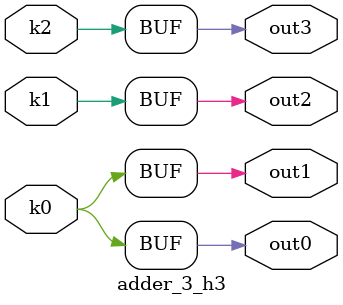
<source format=v>
module adder_3(pi0, pi1, pi2, pi3, pi4, pi5, pi6, po0, po1, po2, po3);
input pi0, pi1, pi2, pi3, pi4, pi5, pi6;
output po0, po1, po2, po3;
wire k0, k1, k2;
adder_3_w3 DUT1 (pi0, pi1, pi2, pi3, pi4, pi5, pi6, k0, k1, k2);
adder_3_h3 DUT2 (k0, k1, k2, po0, po1, po2, po3);
endmodule

module adder_3_w3(in0, in1, in2, in3, in4, in5, in6, k0, k1, k2);
input in0, in1, in2, in3, in4, in5, in6;
output k0, k1, k2;
assign k0 =   ((~in4 ^ in1) & ((((in6 & (in3 | ~in0)) | (in3 & ~in0)) & (in5 | in2)) | (in5 & in2))) | (((~in3 & in0) | (~in6 & (~in3 | in0))) & (~in5 | ~in2) & (in4 ^ in1)) | (~in5 & ~in2 & (in4 ^ in1));
assign k1 =   ((~in5 ^ in2) & ((in6 & (in3 | ~in0)) | (in3 & ~in0))) | (((~in3 & in0) | (~in6 & (~in3 | in0))) & (in5 ^ in2));
assign k2 =   in6 ? (in3 ^ in0) : (~in3 ^ in0);
endmodule

module adder_3_h3(k0, k1, k2, out0, out1, out2, out3);
input k0, k1, k2;
output out0, out1, out2, out3;
assign out0 = k0;
assign out1 = k0;
assign out2 = k1;
assign out3 = k2;
endmodule

</source>
